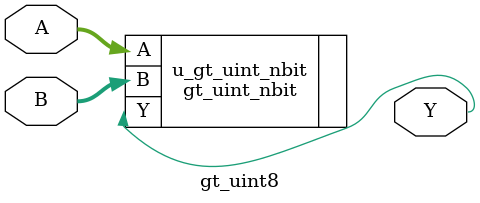
<source format=v>

module gt_uint8 #(
    parameter WIDTH = 8
)(
    input [WIDTH-1:0] A,
    input [WIDTH-1:0] B,
    output Y
);

    gt_uint_nbit #(
        .WIDTH(WIDTH)
    ) u_gt_uint_nbit (
        .A(A),
        .B(B),
        .Y(Y)
    );

endmodule

</source>
